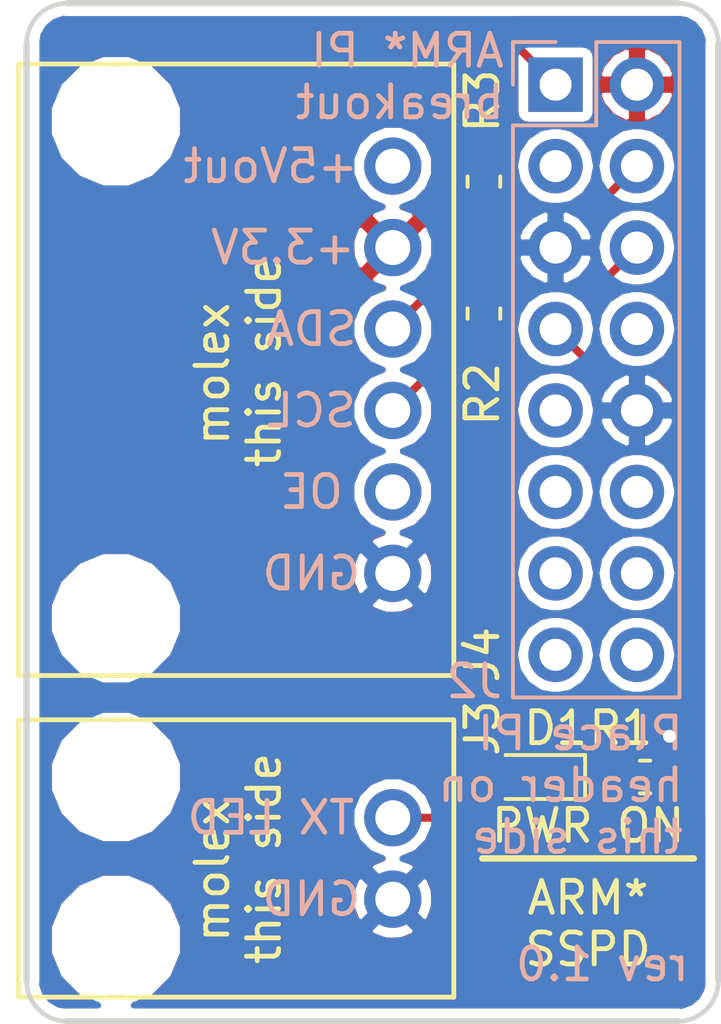
<source format=kicad_pcb>
(kicad_pcb (version 20171130) (host pcbnew "(5.0.0-3-g5ebb6b6)")

  (general
    (thickness 1.6)
    (drawings 24)
    (tracks 32)
    (zones 0)
    (modules 7)
    (nets 19)
  )

  (page A4)
  (layers
    (0 F.Cu signal)
    (31 B.Cu signal)
    (32 B.Adhes user)
    (33 F.Adhes user)
    (34 B.Paste user)
    (35 F.Paste user)
    (36 B.SilkS user)
    (37 F.SilkS user)
    (38 B.Mask user)
    (39 F.Mask user)
    (40 Dwgs.User user)
    (41 Cmts.User user)
    (42 Eco1.User user)
    (43 Eco2.User user)
    (44 Edge.Cuts user)
    (45 Margin user)
    (46 B.CrtYd user)
    (47 F.CrtYd user)
    (48 B.Fab user)
    (49 F.Fab user hide)
  )

  (setup
    (last_trace_width 0.25)
    (trace_clearance 0.2)
    (zone_clearance 0.3)
    (zone_45_only no)
    (trace_min 0.2)
    (segment_width 0.2)
    (edge_width 0.15)
    (via_size 0.8)
    (via_drill 0.4)
    (via_min_size 0.4)
    (via_min_drill 0.3)
    (uvia_size 0.3)
    (uvia_drill 0.1)
    (uvias_allowed no)
    (uvia_min_size 0.2)
    (uvia_min_drill 0.1)
    (pcb_text_width 0.3)
    (pcb_text_size 1.5 1.5)
    (mod_edge_width 0.15)
    (mod_text_size 1 1)
    (mod_text_width 0.15)
    (pad_size 1.524 1.524)
    (pad_drill 0.762)
    (pad_to_mask_clearance 0.2)
    (aux_axis_origin 0 0)
    (visible_elements FFFFFF7F)
    (pcbplotparams
      (layerselection 0x010fc_ffffffff)
      (usegerberextensions false)
      (usegerberattributes false)
      (usegerberadvancedattributes false)
      (creategerberjobfile false)
      (excludeedgelayer true)
      (linewidth 0.100000)
      (plotframeref false)
      (viasonmask false)
      (mode 1)
      (useauxorigin false)
      (hpglpennumber 1)
      (hpglpenspeed 20)
      (hpglpendiameter 15.000000)
      (psnegative false)
      (psa4output false)
      (plotreference true)
      (plotvalue true)
      (plotinvisibletext false)
      (padsonsilk false)
      (subtractmaskfromsilk false)
      (outputformat 1)
      (mirror false)
      (drillshape 1)
      (scaleselection 1)
      (outputdirectory ""))
  )

  (net 0 "")
  (net 1 "Net-(D1-Pad1)")
  (net 2 +5V)
  (net 3 +3V3)
  (net 4 /GPIO_17)
  (net 5 /GPIO27)
  (net 6 GND)
  (net 7 /SDA)
  (net 8 /SCL)
  (net 9 /TX_LED)
  (net 10 "Net-(J2-Pad15)")
  (net 11 "Net-(J2-Pad16)")
  (net 12 /OE)
  (net 13 /V_servo)
  (net 14 "Net-(J2-Pad13)")
  (net 15 "Net-(J2-Pad11)")
  (net 16 "Net-(J2-Pad9)")
  (net 17 "Net-(J2-Pad8)")
  (net 18 "Net-(J2-Pad3)")

  (net_class Default "This is the default net class."
    (clearance 0.2)
    (trace_width 0.25)
    (via_dia 0.8)
    (via_drill 0.4)
    (uvia_dia 0.3)
    (uvia_drill 0.1)
    (add_net +3V3)
    (add_net +5V)
    (add_net /GPIO27)
    (add_net /GPIO_17)
    (add_net /OE)
    (add_net /SCL)
    (add_net /SDA)
    (add_net /TX_LED)
    (add_net /V_servo)
    (add_net GND)
    (add_net "Net-(D1-Pad1)")
    (add_net "Net-(J2-Pad11)")
    (add_net "Net-(J2-Pad13)")
    (add_net "Net-(J2-Pad15)")
    (add_net "Net-(J2-Pad16)")
    (add_net "Net-(J2-Pad3)")
    (add_net "Net-(J2-Pad8)")
    (add_net "Net-(J2-Pad9)")
  )

  (module LED_SMD:LED_0603_1608Metric_Castellated (layer F.Cu) (tedit 5B301BBE) (tstamp 5CC295CC)
    (at 149.098 109.22 180)
    (descr "LED SMD 0603 (1608 Metric), castellated end terminal, IPC_7351 nominal, (Body size source: http://www.tortai-tech.com/upload/download/2011102023233369053.pdf), generated with kicad-footprint-generator")
    (tags "LED castellated")
    (path /5CC24E98)
    (attr smd)
    (fp_text reference D1 (at -0.762 1.524) (layer F.SilkS)
      (effects (font (size 1 1) (thickness 0.15)))
    )
    (fp_text value "5V ok" (at 0 1.38 180) (layer F.Fab)
      (effects (font (size 1 1) (thickness 0.15)))
    )
    (fp_text user %R (at 0 0 180) (layer F.Fab)
      (effects (font (size 0.4 0.4) (thickness 0.06)))
    )
    (fp_line (start 1.68 0.68) (end -1.68 0.68) (layer F.CrtYd) (width 0.05))
    (fp_line (start 1.68 -0.68) (end 1.68 0.68) (layer F.CrtYd) (width 0.05))
    (fp_line (start -1.68 -0.68) (end 1.68 -0.68) (layer F.CrtYd) (width 0.05))
    (fp_line (start -1.68 0.68) (end -1.68 -0.68) (layer F.CrtYd) (width 0.05))
    (fp_line (start -1.685 0.685) (end 0.8 0.685) (layer F.SilkS) (width 0.12))
    (fp_line (start -1.685 -0.685) (end -1.685 0.685) (layer F.SilkS) (width 0.12))
    (fp_line (start 0.8 -0.685) (end -1.685 -0.685) (layer F.SilkS) (width 0.12))
    (fp_line (start 0.8 0.4) (end 0.8 -0.4) (layer F.Fab) (width 0.1))
    (fp_line (start -0.8 0.4) (end 0.8 0.4) (layer F.Fab) (width 0.1))
    (fp_line (start -0.8 -0.1) (end -0.8 0.4) (layer F.Fab) (width 0.1))
    (fp_line (start -0.5 -0.4) (end -0.8 -0.1) (layer F.Fab) (width 0.1))
    (fp_line (start 0.8 -0.4) (end -0.5 -0.4) (layer F.Fab) (width 0.1))
    (pad 2 smd roundrect (at 0.8125 0 180) (size 1.225 0.85) (layers F.Cu F.Paste F.Mask) (roundrect_rratio 0.25)
      (net 2 +5V))
    (pad 1 smd roundrect (at -0.8125 0 180) (size 1.225 0.85) (layers F.Cu F.Paste F.Mask) (roundrect_rratio 0.25)
      (net 1 "Net-(D1-Pad1)"))
    (model ${KISYS3DMOD}/LED_SMD.3dshapes/LED_0603_1608Metric_Castellated.wrl
      (at (xyz 0 0 0))
      (scale (xyz 1 1 1))
      (rotate (xyz 0 0 0))
    )
  )

  (module Connector_PinSocket_2.54mm:PinSocket_2x08_P2.54mm_Vertical (layer B.Cu) (tedit 5A19A42B) (tstamp 5CD46545)
    (at 149.86 87.63 180)
    (descr "Through hole straight socket strip, 2x08, 2.54mm pitch, double cols (from Kicad 4.0.7), script generated")
    (tags "Through hole socket strip THT 2x08 2.54mm double row")
    (path /5CAF71EB)
    (fp_text reference J2 (at 2.54 -18.6055 180) (layer B.SilkS)
      (effects (font (size 1 1) (thickness 0.15)) (justify mirror))
    )
    (fp_text value SH2-16G (at -1.27 -20.55 180) (layer B.Fab)
      (effects (font (size 1 1) (thickness 0.15)) (justify mirror))
    )
    (fp_text user %R (at -1.27 -8.89 90) (layer B.Fab)
      (effects (font (size 1 1) (thickness 0.15)) (justify mirror))
    )
    (fp_line (start -4.34 -19.55) (end -4.34 1.8) (layer B.CrtYd) (width 0.05))
    (fp_line (start 1.76 -19.55) (end -4.34 -19.55) (layer B.CrtYd) (width 0.05))
    (fp_line (start 1.76 1.8) (end 1.76 -19.55) (layer B.CrtYd) (width 0.05))
    (fp_line (start -4.34 1.8) (end 1.76 1.8) (layer B.CrtYd) (width 0.05))
    (fp_line (start 0 1.33) (end 1.33 1.33) (layer B.SilkS) (width 0.12))
    (fp_line (start 1.33 1.33) (end 1.33 0) (layer B.SilkS) (width 0.12))
    (fp_line (start -1.27 1.33) (end -1.27 -1.27) (layer B.SilkS) (width 0.12))
    (fp_line (start -1.27 -1.27) (end 1.33 -1.27) (layer B.SilkS) (width 0.12))
    (fp_line (start 1.33 -1.27) (end 1.33 -19.11) (layer B.SilkS) (width 0.12))
    (fp_line (start -3.87 -19.11) (end 1.33 -19.11) (layer B.SilkS) (width 0.12))
    (fp_line (start -3.87 1.33) (end -3.87 -19.11) (layer B.SilkS) (width 0.12))
    (fp_line (start -3.87 1.33) (end -1.27 1.33) (layer B.SilkS) (width 0.12))
    (fp_line (start -3.81 -19.05) (end -3.81 1.27) (layer B.Fab) (width 0.1))
    (fp_line (start 1.27 -19.05) (end -3.81 -19.05) (layer B.Fab) (width 0.1))
    (fp_line (start 1.27 0.27) (end 1.27 -19.05) (layer B.Fab) (width 0.1))
    (fp_line (start 0.27 1.27) (end 1.27 0.27) (layer B.Fab) (width 0.1))
    (fp_line (start -3.81 1.27) (end 0.27 1.27) (layer B.Fab) (width 0.1))
    (pad 16 thru_hole oval (at -2.54 -17.78 180) (size 1.7 1.7) (drill 1) (layers *.Cu *.Mask)
      (net 11 "Net-(J2-Pad16)"))
    (pad 15 thru_hole oval (at 0 -17.78 180) (size 1.7 1.7) (drill 1) (layers *.Cu *.Mask)
      (net 10 "Net-(J2-Pad15)"))
    (pad 14 thru_hole oval (at -2.54 -15.24 180) (size 1.7 1.7) (drill 1) (layers *.Cu *.Mask)
      (net 5 /GPIO27))
    (pad 13 thru_hole oval (at 0 -15.24 180) (size 1.7 1.7) (drill 1) (layers *.Cu *.Mask)
      (net 14 "Net-(J2-Pad13)"))
    (pad 12 thru_hole oval (at -2.54 -12.7 180) (size 1.7 1.7) (drill 1) (layers *.Cu *.Mask)
      (net 4 /GPIO_17))
    (pad 11 thru_hole oval (at 0 -12.7 180) (size 1.7 1.7) (drill 1) (layers *.Cu *.Mask)
      (net 15 "Net-(J2-Pad11)"))
    (pad 10 thru_hole oval (at -2.54 -10.16 180) (size 1.7 1.7) (drill 1) (layers *.Cu *.Mask)
      (net 6 GND))
    (pad 9 thru_hole oval (at 0 -10.16 180) (size 1.7 1.7) (drill 1) (layers *.Cu *.Mask)
      (net 16 "Net-(J2-Pad9)"))
    (pad 8 thru_hole oval (at -2.54 -7.62 180) (size 1.7 1.7) (drill 1) (layers *.Cu *.Mask)
      (net 17 "Net-(J2-Pad8)"))
    (pad 7 thru_hole oval (at 0 -7.62 180) (size 1.7 1.7) (drill 1) (layers *.Cu *.Mask)
      (net 9 /TX_LED))
    (pad 6 thru_hole oval (at -2.54 -5.08 180) (size 1.7 1.7) (drill 1) (layers *.Cu *.Mask)
      (net 8 /SCL))
    (pad 5 thru_hole oval (at 0 -5.08 180) (size 1.7 1.7) (drill 1) (layers *.Cu *.Mask)
      (net 6 GND))
    (pad 4 thru_hole oval (at -2.54 -2.54 180) (size 1.7 1.7) (drill 1) (layers *.Cu *.Mask)
      (net 7 /SDA))
    (pad 3 thru_hole oval (at 0 -2.54 180) (size 1.7 1.7) (drill 1) (layers *.Cu *.Mask)
      (net 18 "Net-(J2-Pad3)"))
    (pad 2 thru_hole oval (at -2.54 0 180) (size 1.7 1.7) (drill 1) (layers *.Cu *.Mask)
      (net 3 +3V3))
    (pad 1 thru_hole rect (at 0 0 180) (size 1.7 1.7) (drill 1) (layers *.Cu *.Mask)
      (net 2 +5V))
    (model ${KISYS3DMOD}/Connector_PinSocket_2.54mm.3dshapes/PinSocket_2x08_P2.54mm_Vertical.wrl
      (at (xyz 0 0 0))
      (scale (xyz 1 1 1))
      (rotate (xyz 0 0 0))
    )
  )

  (module molex_SL:molex_sl_1X6_right_th (layer F.Cu) (tedit 5CD460E6) (tstamp 5CC29640)
    (at 144.78 96.52 270)
    (path /5CAF730A)
    (fp_text reference J4 (at 8.89 -2.794 90) (layer F.SilkS)
      (effects (font (size 1 1) (thickness 0.15)))
    )
    (fp_text value "Molex SL 1X6 right TH" (at -2.54 -6.35 270) (layer F.Fab)
      (effects (font (size 1 1) (thickness 0.15)))
    )
    (fp_line (start -9.535 -1.905) (end -9.535 11.685) (layer F.SilkS) (width 0.15))
    (fp_line (start -10.035 12.185) (end 10.035 12.185) (layer F.CrtYd) (width 0.15))
    (fp_line (start -10.035 -2.405) (end 10.035 -2.405) (layer F.CrtYd) (width 0.15))
    (fp_line (start 10.035 -2.405) (end 10.035 12.185) (layer F.CrtYd) (width 0.15))
    (fp_line (start 9.535 -1.905) (end 9.535 11.685) (layer F.SilkS) (width 0.15))
    (fp_line (start -10.035 -2.405) (end -10.035 12.185) (layer F.CrtYd) (width 0.15))
    (fp_line (start -9.535 11.685) (end 9.535 11.685) (layer F.SilkS) (width 0.15))
    (fp_line (start -9.535 -1.905) (end 9.535 -1.905) (layer F.SilkS) (width 0.15))
    (pad "" np_thru_hole circle (at 7.75 8.64 270) (size 3.4 3.4) (drill 3.4) (layers *.Cu *.Mask))
    (pad "" np_thru_hole circle (at -7.75 8.64 270) (size 3.4 3.4) (drill 3.4) (layers *.Cu *.Mask))
    (pad 6 thru_hole circle (at 6.35 0 270) (size 1.79 1.79) (drill 1.09) (layers *.Cu *.Mask)
      (net 6 GND))
    (pad 5 thru_hole circle (at 3.81 0 270) (size 1.79 1.79) (drill 1.09) (layers *.Cu *.Mask)
      (net 12 /OE))
    (pad 4 thru_hole circle (at 1.27 0 270) (size 1.79 1.79) (drill 1.09) (layers *.Cu *.Mask)
      (net 8 /SCL))
    (pad 3 thru_hole circle (at -1.27 0 270) (size 1.79 1.79) (drill 1.09) (layers *.Cu *.Mask)
      (net 7 /SDA))
    (pad 2 thru_hole circle (at -3.81 0 270) (size 1.79 1.79) (drill 1.09) (layers *.Cu *.Mask)
      (net 3 +3V3))
    (pad 1 thru_hole circle (at -6.35 0 270) (size 1.79 1.79) (drill 1.09) (layers *.Cu *.Mask)
      (net 13 /V_servo))
  )

  (module Resistor_SMD:R_0603_1608Metric (layer F.Cu) (tedit 5B301BBD) (tstamp 5CC2966D)
    (at 152.654 109.22 180)
    (descr "Resistor SMD 0603 (1608 Metric), square (rectangular) end terminal, IPC_7351 nominal, (Body size source: http://www.tortai-tech.com/upload/download/2011102023233369053.pdf), generated with kicad-footprint-generator")
    (tags resistor)
    (path /5CC24F57)
    (attr smd)
    (fp_text reference R1 (at 0.762 1.524) (layer F.SilkS)
      (effects (font (size 1 1) (thickness 0.15)))
    )
    (fp_text value 4.7k (at 0 1.43 180) (layer F.Fab)
      (effects (font (size 1 1) (thickness 0.15)))
    )
    (fp_text user %R (at 0 0 180) (layer F.Fab)
      (effects (font (size 0.4 0.4) (thickness 0.06)))
    )
    (fp_line (start 1.48 0.73) (end -1.48 0.73) (layer F.CrtYd) (width 0.05))
    (fp_line (start 1.48 -0.73) (end 1.48 0.73) (layer F.CrtYd) (width 0.05))
    (fp_line (start -1.48 -0.73) (end 1.48 -0.73) (layer F.CrtYd) (width 0.05))
    (fp_line (start -1.48 0.73) (end -1.48 -0.73) (layer F.CrtYd) (width 0.05))
    (fp_line (start -0.162779 0.51) (end 0.162779 0.51) (layer F.SilkS) (width 0.12))
    (fp_line (start -0.162779 -0.51) (end 0.162779 -0.51) (layer F.SilkS) (width 0.12))
    (fp_line (start 0.8 0.4) (end -0.8 0.4) (layer F.Fab) (width 0.1))
    (fp_line (start 0.8 -0.4) (end 0.8 0.4) (layer F.Fab) (width 0.1))
    (fp_line (start -0.8 -0.4) (end 0.8 -0.4) (layer F.Fab) (width 0.1))
    (fp_line (start -0.8 0.4) (end -0.8 -0.4) (layer F.Fab) (width 0.1))
    (pad 2 smd roundrect (at 0.7875 0 180) (size 0.875 0.95) (layers F.Cu F.Paste F.Mask) (roundrect_rratio 0.25)
      (net 1 "Net-(D1-Pad1)"))
    (pad 1 smd roundrect (at -0.7875 0 180) (size 0.875 0.95) (layers F.Cu F.Paste F.Mask) (roundrect_rratio 0.25)
      (net 6 GND))
    (model ${KISYS3DMOD}/Resistor_SMD.3dshapes/R_0603_1608Metric.wrl
      (at (xyz 0 0 0))
      (scale (xyz 1 1 1))
      (rotate (xyz 0 0 0))
    )
  )

  (module Resistor_SMD:R_0603_1608Metric (layer F.Cu) (tedit 5B301BBD) (tstamp 5CD517C0)
    (at 147.6248 94.7674 270)
    (descr "Resistor SMD 0603 (1608 Metric), square (rectangular) end terminal, IPC_7351 nominal, (Body size source: http://www.tortai-tech.com/upload/download/2011102023233369053.pdf), generated with kicad-footprint-generator")
    (tags resistor)
    (path /5CC1DD0C)
    (attr smd)
    (fp_text reference R2 (at 2.5146 0.0508 270) (layer F.SilkS)
      (effects (font (size 1 1) (thickness 0.15)))
    )
    (fp_text value 10k (at 0 1.43 270) (layer F.Fab)
      (effects (font (size 1 1) (thickness 0.15)))
    )
    (fp_text user %R (at 0 0 270) (layer F.Fab)
      (effects (font (size 0.4 0.4) (thickness 0.06)))
    )
    (fp_line (start 1.48 0.73) (end -1.48 0.73) (layer F.CrtYd) (width 0.05))
    (fp_line (start 1.48 -0.73) (end 1.48 0.73) (layer F.CrtYd) (width 0.05))
    (fp_line (start -1.48 -0.73) (end 1.48 -0.73) (layer F.CrtYd) (width 0.05))
    (fp_line (start -1.48 0.73) (end -1.48 -0.73) (layer F.CrtYd) (width 0.05))
    (fp_line (start -0.162779 0.51) (end 0.162779 0.51) (layer F.SilkS) (width 0.12))
    (fp_line (start -0.162779 -0.51) (end 0.162779 -0.51) (layer F.SilkS) (width 0.12))
    (fp_line (start 0.8 0.4) (end -0.8 0.4) (layer F.Fab) (width 0.1))
    (fp_line (start 0.8 -0.4) (end 0.8 0.4) (layer F.Fab) (width 0.1))
    (fp_line (start -0.8 -0.4) (end 0.8 -0.4) (layer F.Fab) (width 0.1))
    (fp_line (start -0.8 0.4) (end -0.8 -0.4) (layer F.Fab) (width 0.1))
    (pad 2 smd roundrect (at 0.7875 0 270) (size 0.875 0.95) (layers F.Cu F.Paste F.Mask) (roundrect_rratio 0.25)
      (net 3 +3V3))
    (pad 1 smd roundrect (at -0.7875 0 270) (size 0.875 0.95) (layers F.Cu F.Paste F.Mask) (roundrect_rratio 0.25)
      (net 8 /SCL))
    (model ${KISYS3DMOD}/Resistor_SMD.3dshapes/R_0603_1608Metric.wrl
      (at (xyz 0 0 0))
      (scale (xyz 1 1 1))
      (rotate (xyz 0 0 0))
    )
  )

  (module Resistor_SMD:R_0603_1608Metric (layer F.Cu) (tedit 5B301BBD) (tstamp 5CC2968F)
    (at 147.6248 90.6525 90)
    (descr "Resistor SMD 0603 (1608 Metric), square (rectangular) end terminal, IPC_7351 nominal, (Body size source: http://www.tortai-tech.com/upload/download/2011102023233369053.pdf), generated with kicad-footprint-generator")
    (tags resistor)
    (path /5CC1DC9D)
    (attr smd)
    (fp_text reference R3 (at 2.5146 -0.0508 90) (layer F.SilkS)
      (effects (font (size 1 1) (thickness 0.15)))
    )
    (fp_text value 10k (at 0 1.43 90) (layer F.Fab)
      (effects (font (size 1 1) (thickness 0.15)))
    )
    (fp_text user %R (at 0 0 90) (layer F.Fab)
      (effects (font (size 0.4 0.4) (thickness 0.06)))
    )
    (fp_line (start 1.48 0.73) (end -1.48 0.73) (layer F.CrtYd) (width 0.05))
    (fp_line (start 1.48 -0.73) (end 1.48 0.73) (layer F.CrtYd) (width 0.05))
    (fp_line (start -1.48 -0.73) (end 1.48 -0.73) (layer F.CrtYd) (width 0.05))
    (fp_line (start -1.48 0.73) (end -1.48 -0.73) (layer F.CrtYd) (width 0.05))
    (fp_line (start -0.162779 0.51) (end 0.162779 0.51) (layer F.SilkS) (width 0.12))
    (fp_line (start -0.162779 -0.51) (end 0.162779 -0.51) (layer F.SilkS) (width 0.12))
    (fp_line (start 0.8 0.4) (end -0.8 0.4) (layer F.Fab) (width 0.1))
    (fp_line (start 0.8 -0.4) (end 0.8 0.4) (layer F.Fab) (width 0.1))
    (fp_line (start -0.8 -0.4) (end 0.8 -0.4) (layer F.Fab) (width 0.1))
    (fp_line (start -0.8 0.4) (end -0.8 -0.4) (layer F.Fab) (width 0.1))
    (pad 2 smd roundrect (at 0.7875 0 90) (size 0.875 0.95) (layers F.Cu F.Paste F.Mask) (roundrect_rratio 0.25)
      (net 3 +3V3))
    (pad 1 smd roundrect (at -0.7875 0 90) (size 0.875 0.95) (layers F.Cu F.Paste F.Mask) (roundrect_rratio 0.25)
      (net 7 /SDA))
    (model ${KISYS3DMOD}/Resistor_SMD.3dshapes/R_0603_1608Metric.wrl
      (at (xyz 0 0 0))
      (scale (xyz 1 1 1))
      (rotate (xyz 0 0 0))
    )
  )

  (module molex_SL:molex_sl_1X2_right_th (layer F.Cu) (tedit 5CD4609F) (tstamp 5CD5144A)
    (at 144.78 111.76 270)
    (path /5CAFC734)
    (fp_text reference J3 (at -4.064 -2.794 270) (layer F.SilkS)
      (effects (font (size 1 1) (thickness 0.15)))
    )
    (fp_text value "Molex SL 1X2 right TH" (at 0 -3.175 270) (layer F.Fab)
      (effects (font (size 1 1) (thickness 0.15)))
    )
    (fp_line (start -4.325 -1.905) (end -4.325 11.685) (layer F.SilkS) (width 0.15))
    (fp_line (start -4.825 12.185) (end 4.825 12.185) (layer F.CrtYd) (width 0.15))
    (fp_line (start -4.825 -2.405) (end 4.825 -2.405) (layer F.CrtYd) (width 0.15))
    (fp_line (start 4.825 -2.405) (end 4.825 12.185) (layer F.CrtYd) (width 0.15))
    (fp_line (start 4.325 -1.905) (end 4.325 11.685) (layer F.SilkS) (width 0.15))
    (fp_line (start -4.825 -2.405) (end -4.825 12.185) (layer F.CrtYd) (width 0.15))
    (fp_line (start -4.325 11.685) (end 4.325 11.685) (layer F.SilkS) (width 0.15))
    (fp_line (start -4.325 -1.905) (end 4.325 -1.905) (layer F.SilkS) (width 0.15))
    (pad "" np_thru_hole circle (at 2.54 8.64 270) (size 3.4 3.4) (drill 3.4) (layers *.Cu *.Mask))
    (pad "" np_thru_hole circle (at -2.54 8.64 270) (size 3.4 3.4) (drill 3.4) (layers *.Cu *.Mask))
    (pad 2 thru_hole circle (at 1.27 0 270) (size 1.79 1.79) (drill 1.09) (layers *.Cu *.Mask)
      (net 6 GND))
    (pad 1 thru_hole circle (at -1.27 0 270) (size 1.79 1.79) (drill 1.09) (layers *.Cu *.Mask)
      (net 9 /TX_LED))
  )

  (gr_text "rev 1.0" (at 151.3205 115.062) (layer B.SilkS) (tstamp 5CD55D0B)
    (effects (font (size 1 1) (thickness 0.15)) (justify mirror))
  )
  (gr_text "molex \nthis side" (at 139.954 111.76 90) (layer F.SilkS) (tstamp 5CD5E3A2)
    (effects (font (size 1 1) (thickness 0.15)))
  )
  (gr_text "Place PI \nheader on\nthis side" (at 153.924 109.474) (layer B.SilkS)
    (effects (font (size 1 1) (thickness 0.15)) (justify left mirror))
  )
  (gr_text +5Vout (at 140.97 90.17) (layer B.SilkS) (tstamp 5CD5D214)
    (effects (font (size 1 1) (thickness 0.15)) (justify mirror))
  )
  (gr_text "+3.3V " (at 140.97 92.71) (layer B.SilkS) (tstamp 5CD5D17A)
    (effects (font (size 1 1) (thickness 0.15)) (justify mirror))
  )
  (gr_text SDA (at 142.24 95.25) (layer B.SilkS) (tstamp 5CD5D0E0)
    (effects (font (size 1 1) (thickness 0.15)) (justify mirror))
  )
  (gr_text SCL (at 142.24 97.79) (layer B.SilkS) (tstamp 5CD5D046)
    (effects (font (size 1 1) (thickness 0.15)) (justify mirror))
  )
  (gr_text OE (at 142.24 100.33) (layer B.SilkS) (tstamp 5CD5CFAC)
    (effects (font (size 1 1) (thickness 0.15)) (justify mirror))
  )
  (gr_text GND (at 142.24 102.87) (layer B.SilkS) (tstamp 5CD5CF12)
    (effects (font (size 1 1) (thickness 0.15)) (justify mirror))
  )
  (gr_text GND (at 142.24 113.03) (layer B.SilkS) (tstamp 5CD5CE78)
    (effects (font (size 1 1) (thickness 0.15)) (justify mirror))
  )
  (gr_text "TX LED" (at 140.97 110.49) (layer B.SilkS)
    (effects (font (size 1 1) (thickness 0.15)) (justify mirror))
  )
  (gr_text "ARM* PI \nbreakout" (at 148.336 87.376) (layer B.SilkS)
    (effects (font (size 1 1) (thickness 0.15)) (justify left mirror))
  )
  (gr_line (start 147.574 111.76) (end 154.178 111.76) (layer F.SilkS) (width 0.2))
  (gr_text "PWR ON" (at 150.876 110.744) (layer F.SilkS)
    (effects (font (size 1 1) (thickness 0.15)))
  )
  (gr_text "molex \nthis side" (at 139.954 96.266 90) (layer F.SilkS)
    (effects (font (size 1 1) (thickness 0.15)))
  )
  (gr_text "ARM*\nSSPD" (at 150.876 113.792) (layer F.SilkS)
    (effects (font (size 1 1) (thickness 0.15)))
  )
  (gr_arc (start 134.62 115.57) (end 134.62 116.84) (angle 90) (layer Edge.Cuts) (width 0.15))
  (gr_arc (start 134.62 86.36) (end 134.62 85.09) (angle -90) (layer Edge.Cuts) (width 0.15))
  (gr_arc (start 153.67 86.36) (end 154.94 86.36) (angle -90) (layer Edge.Cuts) (width 0.15))
  (gr_arc (start 153.67 115.57) (end 153.67 116.84) (angle -90) (layer Edge.Cuts) (width 0.15))
  (gr_line (start 134.62 116.84) (end 153.67 116.84) (layer Edge.Cuts) (width 0.2))
  (gr_line (start 133.35 86.36) (end 133.35 115.57) (layer Edge.Cuts) (width 0.2))
  (gr_line (start 153.67 85.09) (end 134.62 85.09) (layer Edge.Cuts) (width 0.2))
  (gr_line (start 154.94 115.57) (end 154.94 86.36) (layer Edge.Cuts) (width 0.2))

  (segment (start 149.9105 109.22) (end 151.8665 109.22) (width 0.25) (layer F.Cu) (net 1))
  (segment (start 134.8232 85.6488) (end 133.9596 86.5124) (width 0.25) (layer F.Cu) (net 2))
  (segment (start 147.8788 85.6488) (end 134.8232 85.6488) (width 0.25) (layer F.Cu) (net 2))
  (segment (start 149.86 87.63) (end 147.8788 85.6488) (width 0.25) (layer F.Cu) (net 2))
  (segment (start 133.9596 86.5124) (end 133.9596 107.1118) (width 0.25) (layer F.Cu) (net 2))
  (segment (start 133.9596 107.1118) (end 133.9596 107.5944) (width 0.25) (layer F.Cu) (net 2))
  (segment (start 153.4415 107.9755) (end 153.416 107.95) (width 0.25) (layer F.Cu) (net 6))
  (via (at 153.416 107.95) (size 0.8) (drill 0.4) (layers F.Cu B.Cu) (net 6))
  (segment (start 153.4415 109.22) (end 153.4415 107.9755) (width 0.25) (layer F.Cu) (net 6))
  (segment (start 151.550001 91.019999) (end 152.4 90.17) (width 0.25) (layer F.Cu) (net 7))
  (segment (start 151.13 91.44) (end 151.550001 91.019999) (width 0.25) (layer F.Cu) (net 7))
  (segment (start 147.6248 91.44) (end 151.13 91.44) (width 0.25) (layer F.Cu) (net 7))
  (segment (start 144.78 95.25) (end 144.78 94.996) (width 0.25) (layer F.Cu) (net 7))
  (segment (start 147.0498 91.44) (end 147.6248 91.44) (width 0.25) (layer F.Cu) (net 7))
  (segment (start 146.812 91.6778) (end 147.0498 91.44) (width 0.25) (layer F.Cu) (net 7))
  (segment (start 146.812 91.694) (end 146.812 91.6778) (width 0.25) (layer F.Cu) (net 7))
  (segment (start 144.78 95.25) (end 146.304 93.726) (width 0.25) (layer F.Cu) (net 7))
  (segment (start 146.304 93.726) (end 146.304 92.202) (width 0.25) (layer F.Cu) (net 7))
  (segment (start 146.304 92.202) (end 146.812 91.694) (width 0.25) (layer F.Cu) (net 7))
  (segment (start 147.163188 94.441512) (end 147.6248 93.9799) (width 0.25) (layer F.Cu) (net 8))
  (segment (start 146.304 95.3007) (end 147.163188 94.441512) (width 0.25) (layer F.Cu) (net 8))
  (segment (start 146.304 96.266) (end 146.304 95.3007) (width 0.25) (layer F.Cu) (net 8))
  (segment (start 144.78 97.79) (end 146.304 96.266) (width 0.25) (layer F.Cu) (net 8))
  (segment (start 151.550001 93.559999) (end 152.4 92.71) (width 0.25) (layer F.Cu) (net 8))
  (segment (start 151.1301 93.9799) (end 151.550001 93.559999) (width 0.25) (layer F.Cu) (net 8))
  (segment (start 147.6248 93.9799) (end 151.1301 93.9799) (width 0.25) (layer F.Cu) (net 8))
  (segment (start 153.67 110.49) (end 144.78 110.49) (width 0.25) (layer F.Cu) (net 9))
  (segment (start 154.305 109.855) (end 153.67 110.49) (width 0.25) (layer F.Cu) (net 9))
  (segment (start 152.894402 96.5454) (end 154.305 97.955998) (width 0.25) (layer F.Cu) (net 9))
  (segment (start 154.305 97.955998) (end 154.305 109.855) (width 0.25) (layer F.Cu) (net 9))
  (segment (start 151.1554 96.5454) (end 152.894402 96.5454) (width 0.25) (layer F.Cu) (net 9))
  (segment (start 149.86 95.25) (end 151.1554 96.5454) (width 0.25) (layer F.Cu) (net 9))

  (zone (net 6) (net_name GND) (layer B.Cu) (tstamp 0) (hatch edge 0.508)
    (connect_pads (clearance 0.3))
    (min_thickness 0.2)
    (fill yes (arc_segments 16) (thermal_gap 0.3) (thermal_bridge_width 0.508))
    (polygon
      (pts
        (xy 133.35 85.09) (xy 133.35 116.84) (xy 154.94 116.84) (xy 154.94 85.09)
      )
    )
    (filled_polygon
      (pts
        (xy 134.570757 85.59) (xy 153.719243 85.59) (xy 153.7432 85.585235) (xy 153.939399 85.61983) (xy 154.176305 85.756608)
        (xy 154.352144 85.966163) (xy 154.452963 86.243162) (xy 154.453111 86.24485) (xy 154.440001 86.310757) (xy 154.44 115.619242)
        (xy 154.444765 115.643199) (xy 154.41017 115.839399) (xy 154.273391 116.076307) (xy 154.063837 116.252144) (xy 153.786836 116.352964)
        (xy 153.785156 116.353111) (xy 153.719243 116.34) (xy 136.702569 116.34) (xy 137.329554 116.080294) (xy 137.920294 115.489554)
        (xy 138.24 114.717716) (xy 138.24 113.994929) (xy 144.03286 113.994929) (xy 144.133791 114.181431) (xy 144.623615 114.341076)
        (xy 145.137247 114.301123) (xy 145.426209 114.181431) (xy 145.52714 113.994929) (xy 144.78 113.247789) (xy 144.03286 113.994929)
        (xy 138.24 113.994929) (xy 138.24 113.882284) (xy 137.920294 113.110446) (xy 137.683463 112.873615) (xy 143.468924 112.873615)
        (xy 143.508877 113.387247) (xy 143.628569 113.676209) (xy 143.815071 113.77714) (xy 144.562211 113.03) (xy 144.997789 113.03)
        (xy 145.744929 113.77714) (xy 145.931431 113.676209) (xy 146.091076 113.186385) (xy 146.051123 112.672753) (xy 145.931431 112.383791)
        (xy 145.744929 112.28286) (xy 144.997789 113.03) (xy 144.562211 113.03) (xy 143.815071 112.28286) (xy 143.628569 112.383791)
        (xy 143.468924 112.873615) (xy 137.683463 112.873615) (xy 137.329554 112.519706) (xy 136.557716 112.2) (xy 135.722284 112.2)
        (xy 134.950446 112.519706) (xy 134.359706 113.110446) (xy 134.04 113.882284) (xy 134.04 114.717716) (xy 134.359706 115.489554)
        (xy 134.950446 116.080294) (xy 135.577431 116.34) (xy 134.570757 116.34) (xy 134.546801 116.344765) (xy 134.350601 116.31017)
        (xy 134.113693 116.173391) (xy 133.937856 115.963837) (xy 133.837036 115.686836) (xy 133.836889 115.685156) (xy 133.85 115.619243)
        (xy 133.85 108.802284) (xy 134.04 108.802284) (xy 134.04 109.637716) (xy 134.359706 110.409554) (xy 134.950446 111.000294)
        (xy 135.722284 111.32) (xy 136.557716 111.32) (xy 137.329554 111.000294) (xy 137.920294 110.409554) (xy 137.99367 110.232408)
        (xy 143.485 110.232408) (xy 143.485 110.747592) (xy 143.682152 111.223559) (xy 144.046441 111.587848) (xy 144.453557 111.756481)
        (xy 144.422753 111.758877) (xy 144.133791 111.878569) (xy 144.03286 112.065071) (xy 144.78 112.812211) (xy 145.52714 112.065071)
        (xy 145.426209 111.878569) (xy 145.0823 111.766481) (xy 145.513559 111.587848) (xy 145.877848 111.223559) (xy 146.075 110.747592)
        (xy 146.075 110.232408) (xy 145.877848 109.756441) (xy 145.513559 109.392152) (xy 145.037592 109.195) (xy 144.522408 109.195)
        (xy 144.046441 109.392152) (xy 143.682152 109.756441) (xy 143.485 110.232408) (xy 137.99367 110.232408) (xy 138.24 109.637716)
        (xy 138.24 108.802284) (xy 137.920294 108.030446) (xy 137.329554 107.439706) (xy 136.557716 107.12) (xy 135.722284 107.12)
        (xy 134.950446 107.439706) (xy 134.359706 108.030446) (xy 134.04 108.802284) (xy 133.85 108.802284) (xy 133.85 103.852284)
        (xy 134.04 103.852284) (xy 134.04 104.687716) (xy 134.359706 105.459554) (xy 134.950446 106.050294) (xy 135.722284 106.37)
        (xy 136.557716 106.37) (xy 137.329554 106.050294) (xy 137.920294 105.459554) (xy 137.940819 105.41) (xy 148.585512 105.41)
        (xy 148.682527 105.897725) (xy 148.958801 106.311199) (xy 149.372275 106.587473) (xy 149.736891 106.66) (xy 149.983109 106.66)
        (xy 150.347725 106.587473) (xy 150.761199 106.311199) (xy 151.037473 105.897725) (xy 151.13 105.432563) (xy 151.222527 105.897725)
        (xy 151.498801 106.311199) (xy 151.912275 106.587473) (xy 152.276891 106.66) (xy 152.523109 106.66) (xy 152.887725 106.587473)
        (xy 153.301199 106.311199) (xy 153.577473 105.897725) (xy 153.674488 105.41) (xy 153.577473 104.922275) (xy 153.301199 104.508801)
        (xy 152.887725 104.232527) (xy 152.523109 104.16) (xy 152.276891 104.16) (xy 151.912275 104.232527) (xy 151.498801 104.508801)
        (xy 151.222527 104.922275) (xy 151.13 105.387437) (xy 151.037473 104.922275) (xy 150.761199 104.508801) (xy 150.347725 104.232527)
        (xy 149.983109 104.16) (xy 149.736891 104.16) (xy 149.372275 104.232527) (xy 148.958801 104.508801) (xy 148.682527 104.922275)
        (xy 148.585512 105.41) (xy 137.940819 105.41) (xy 138.24 104.687716) (xy 138.24 103.852284) (xy 138.232812 103.834929)
        (xy 144.03286 103.834929) (xy 144.133791 104.021431) (xy 144.623615 104.181076) (xy 145.137247 104.141123) (xy 145.426209 104.021431)
        (xy 145.52714 103.834929) (xy 144.78 103.087789) (xy 144.03286 103.834929) (xy 138.232812 103.834929) (xy 137.920294 103.080446)
        (xy 137.553463 102.713615) (xy 143.468924 102.713615) (xy 143.508877 103.227247) (xy 143.628569 103.516209) (xy 143.815071 103.61714)
        (xy 144.562211 102.87) (xy 144.997789 102.87) (xy 145.744929 103.61714) (xy 145.931431 103.516209) (xy 146.091076 103.026385)
        (xy 146.078912 102.87) (xy 148.585512 102.87) (xy 148.682527 103.357725) (xy 148.958801 103.771199) (xy 149.372275 104.047473)
        (xy 149.736891 104.12) (xy 149.983109 104.12) (xy 150.347725 104.047473) (xy 150.761199 103.771199) (xy 151.037473 103.357725)
        (xy 151.13 102.892563) (xy 151.222527 103.357725) (xy 151.498801 103.771199) (xy 151.912275 104.047473) (xy 152.276891 104.12)
        (xy 152.523109 104.12) (xy 152.887725 104.047473) (xy 153.301199 103.771199) (xy 153.577473 103.357725) (xy 153.674488 102.87)
        (xy 153.577473 102.382275) (xy 153.301199 101.968801) (xy 152.887725 101.692527) (xy 152.523109 101.62) (xy 152.276891 101.62)
        (xy 151.912275 101.692527) (xy 151.498801 101.968801) (xy 151.222527 102.382275) (xy 151.13 102.847437) (xy 151.037473 102.382275)
        (xy 150.761199 101.968801) (xy 150.347725 101.692527) (xy 149.983109 101.62) (xy 149.736891 101.62) (xy 149.372275 101.692527)
        (xy 148.958801 101.968801) (xy 148.682527 102.382275) (xy 148.585512 102.87) (xy 146.078912 102.87) (xy 146.051123 102.512753)
        (xy 145.931431 102.223791) (xy 145.744929 102.12286) (xy 144.997789 102.87) (xy 144.562211 102.87) (xy 143.815071 102.12286)
        (xy 143.628569 102.223791) (xy 143.468924 102.713615) (xy 137.553463 102.713615) (xy 137.329554 102.489706) (xy 136.557716 102.17)
        (xy 135.722284 102.17) (xy 134.950446 102.489706) (xy 134.359706 103.080446) (xy 134.04 103.852284) (xy 133.85 103.852284)
        (xy 133.85 88.352284) (xy 134.04 88.352284) (xy 134.04 89.187716) (xy 134.359706 89.959554) (xy 134.950446 90.550294)
        (xy 135.722284 90.87) (xy 136.557716 90.87) (xy 137.329554 90.550294) (xy 137.920294 89.959554) (xy 137.939822 89.912408)
        (xy 143.485 89.912408) (xy 143.485 90.427592) (xy 143.682152 90.903559) (xy 144.046441 91.267848) (xy 144.462053 91.44)
        (xy 144.046441 91.612152) (xy 143.682152 91.976441) (xy 143.485 92.452408) (xy 143.485 92.967592) (xy 143.682152 93.443559)
        (xy 144.046441 93.807848) (xy 144.462053 93.98) (xy 144.046441 94.152152) (xy 143.682152 94.516441) (xy 143.485 94.992408)
        (xy 143.485 95.507592) (xy 143.682152 95.983559) (xy 144.046441 96.347848) (xy 144.462053 96.52) (xy 144.046441 96.692152)
        (xy 143.682152 97.056441) (xy 143.485 97.532408) (xy 143.485 98.047592) (xy 143.682152 98.523559) (xy 144.046441 98.887848)
        (xy 144.462053 99.06) (xy 144.046441 99.232152) (xy 143.682152 99.596441) (xy 143.485 100.072408) (xy 143.485 100.587592)
        (xy 143.682152 101.063559) (xy 144.046441 101.427848) (xy 144.453557 101.596481) (xy 144.422753 101.598877) (xy 144.133791 101.718569)
        (xy 144.03286 101.905071) (xy 144.78 102.652211) (xy 145.52714 101.905071) (xy 145.426209 101.718569) (xy 145.0823 101.606481)
        (xy 145.513559 101.427848) (xy 145.877848 101.063559) (xy 146.075 100.587592) (xy 146.075 100.33) (xy 148.585512 100.33)
        (xy 148.682527 100.817725) (xy 148.958801 101.231199) (xy 149.372275 101.507473) (xy 149.736891 101.58) (xy 149.983109 101.58)
        (xy 150.347725 101.507473) (xy 150.761199 101.231199) (xy 151.037473 100.817725) (xy 151.13 100.352563) (xy 151.222527 100.817725)
        (xy 151.498801 101.231199) (xy 151.912275 101.507473) (xy 152.276891 101.58) (xy 152.523109 101.58) (xy 152.887725 101.507473)
        (xy 153.301199 101.231199) (xy 153.577473 100.817725) (xy 153.674488 100.33) (xy 153.577473 99.842275) (xy 153.301199 99.428801)
        (xy 152.887725 99.152527) (xy 152.523109 99.08) (xy 152.276891 99.08) (xy 151.912275 99.152527) (xy 151.498801 99.428801)
        (xy 151.222527 99.842275) (xy 151.13 100.307437) (xy 151.037473 99.842275) (xy 150.761199 99.428801) (xy 150.347725 99.152527)
        (xy 149.983109 99.08) (xy 149.736891 99.08) (xy 149.372275 99.152527) (xy 148.958801 99.428801) (xy 148.682527 99.842275)
        (xy 148.585512 100.33) (xy 146.075 100.33) (xy 146.075 100.072408) (xy 145.877848 99.596441) (xy 145.513559 99.232152)
        (xy 145.097947 99.06) (xy 145.513559 98.887848) (xy 145.877848 98.523559) (xy 146.075 98.047592) (xy 146.075 97.79)
        (xy 148.585512 97.79) (xy 148.682527 98.277725) (xy 148.958801 98.691199) (xy 149.372275 98.967473) (xy 149.736891 99.04)
        (xy 149.983109 99.04) (xy 150.347725 98.967473) (xy 150.761199 98.691199) (xy 151.037473 98.277725) (xy 151.065632 98.136157)
        (xy 151.198886 98.136157) (xy 151.305902 98.394554) (xy 151.620538 98.767228) (xy 152.05384 98.991128) (xy 152.246 98.930491)
        (xy 152.246 97.944) (xy 152.554 97.944) (xy 152.554 98.930491) (xy 152.74616 98.991128) (xy 153.179462 98.767228)
        (xy 153.494098 98.394554) (xy 153.601114 98.136157) (xy 153.539642 97.944) (xy 152.554 97.944) (xy 152.246 97.944)
        (xy 151.260358 97.944) (xy 151.198886 98.136157) (xy 151.065632 98.136157) (xy 151.134488 97.79) (xy 151.065633 97.443843)
        (xy 151.198886 97.443843) (xy 151.260358 97.636) (xy 152.246 97.636) (xy 152.246 96.649509) (xy 152.554 96.649509)
        (xy 152.554 97.636) (xy 153.539642 97.636) (xy 153.601114 97.443843) (xy 153.494098 97.185446) (xy 153.179462 96.812772)
        (xy 152.74616 96.588872) (xy 152.554 96.649509) (xy 152.246 96.649509) (xy 152.05384 96.588872) (xy 151.620538 96.812772)
        (xy 151.305902 97.185446) (xy 151.198886 97.443843) (xy 151.065633 97.443843) (xy 151.037473 97.302275) (xy 150.761199 96.888801)
        (xy 150.347725 96.612527) (xy 149.983109 96.54) (xy 149.736891 96.54) (xy 149.372275 96.612527) (xy 148.958801 96.888801)
        (xy 148.682527 97.302275) (xy 148.585512 97.79) (xy 146.075 97.79) (xy 146.075 97.532408) (xy 145.877848 97.056441)
        (xy 145.513559 96.692152) (xy 145.097947 96.52) (xy 145.513559 96.347848) (xy 145.877848 95.983559) (xy 146.075 95.507592)
        (xy 146.075 95.25) (xy 148.585512 95.25) (xy 148.682527 95.737725) (xy 148.958801 96.151199) (xy 149.372275 96.427473)
        (xy 149.736891 96.5) (xy 149.983109 96.5) (xy 150.347725 96.427473) (xy 150.761199 96.151199) (xy 151.037473 95.737725)
        (xy 151.13 95.272563) (xy 151.222527 95.737725) (xy 151.498801 96.151199) (xy 151.912275 96.427473) (xy 152.276891 96.5)
        (xy 152.523109 96.5) (xy 152.887725 96.427473) (xy 153.301199 96.151199) (xy 153.577473 95.737725) (xy 153.674488 95.25)
        (xy 153.577473 94.762275) (xy 153.301199 94.348801) (xy 152.887725 94.072527) (xy 152.523109 94) (xy 152.276891 94)
        (xy 151.912275 94.072527) (xy 151.498801 94.348801) (xy 151.222527 94.762275) (xy 151.13 95.227437) (xy 151.037473 94.762275)
        (xy 150.761199 94.348801) (xy 150.347725 94.072527) (xy 149.983109 94) (xy 149.736891 94) (xy 149.372275 94.072527)
        (xy 148.958801 94.348801) (xy 148.682527 94.762275) (xy 148.585512 95.25) (xy 146.075 95.25) (xy 146.075 94.992408)
        (xy 145.877848 94.516441) (xy 145.513559 94.152152) (xy 145.097947 93.98) (xy 145.513559 93.807848) (xy 145.877848 93.443559)
        (xy 146.038315 93.056157) (xy 148.658886 93.056157) (xy 148.765902 93.314554) (xy 149.080538 93.687228) (xy 149.51384 93.911128)
        (xy 149.706 93.850491) (xy 149.706 92.864) (xy 150.014 92.864) (xy 150.014 93.850491) (xy 150.20616 93.911128)
        (xy 150.639462 93.687228) (xy 150.954098 93.314554) (xy 151.061114 93.056157) (xy 150.999642 92.864) (xy 150.014 92.864)
        (xy 149.706 92.864) (xy 148.720358 92.864) (xy 148.658886 93.056157) (xy 146.038315 93.056157) (xy 146.075 92.967592)
        (xy 146.075 92.71) (xy 151.125512 92.71) (xy 151.222527 93.197725) (xy 151.498801 93.611199) (xy 151.912275 93.887473)
        (xy 152.276891 93.96) (xy 152.523109 93.96) (xy 152.887725 93.887473) (xy 153.301199 93.611199) (xy 153.577473 93.197725)
        (xy 153.674488 92.71) (xy 153.577473 92.222275) (xy 153.301199 91.808801) (xy 152.887725 91.532527) (xy 152.523109 91.46)
        (xy 152.276891 91.46) (xy 151.912275 91.532527) (xy 151.498801 91.808801) (xy 151.222527 92.222275) (xy 151.125512 92.71)
        (xy 146.075 92.71) (xy 146.075 92.452408) (xy 146.038316 92.363843) (xy 148.658886 92.363843) (xy 148.720358 92.556)
        (xy 149.706 92.556) (xy 149.706 91.569509) (xy 150.014 91.569509) (xy 150.014 92.556) (xy 150.999642 92.556)
        (xy 151.061114 92.363843) (xy 150.954098 92.105446) (xy 150.639462 91.732772) (xy 150.20616 91.508872) (xy 150.014 91.569509)
        (xy 149.706 91.569509) (xy 149.51384 91.508872) (xy 149.080538 91.732772) (xy 148.765902 92.105446) (xy 148.658886 92.363843)
        (xy 146.038316 92.363843) (xy 145.877848 91.976441) (xy 145.513559 91.612152) (xy 145.097947 91.44) (xy 145.513559 91.267848)
        (xy 145.877848 90.903559) (xy 146.075 90.427592) (xy 146.075 90.17) (xy 148.585512 90.17) (xy 148.682527 90.657725)
        (xy 148.958801 91.071199) (xy 149.372275 91.347473) (xy 149.736891 91.42) (xy 149.983109 91.42) (xy 150.347725 91.347473)
        (xy 150.761199 91.071199) (xy 151.037473 90.657725) (xy 151.13 90.192563) (xy 151.222527 90.657725) (xy 151.498801 91.071199)
        (xy 151.912275 91.347473) (xy 152.276891 91.42) (xy 152.523109 91.42) (xy 152.887725 91.347473) (xy 153.301199 91.071199)
        (xy 153.577473 90.657725) (xy 153.674488 90.17) (xy 153.577473 89.682275) (xy 153.301199 89.268801) (xy 152.887725 88.992527)
        (xy 152.523109 88.92) (xy 152.276891 88.92) (xy 151.912275 88.992527) (xy 151.498801 89.268801) (xy 151.222527 89.682275)
        (xy 151.13 90.147437) (xy 151.037473 89.682275) (xy 150.761199 89.268801) (xy 150.347725 88.992527) (xy 149.983109 88.92)
        (xy 149.736891 88.92) (xy 149.372275 88.992527) (xy 148.958801 89.268801) (xy 148.682527 89.682275) (xy 148.585512 90.17)
        (xy 146.075 90.17) (xy 146.075 89.912408) (xy 145.877848 89.436441) (xy 145.513559 89.072152) (xy 145.037592 88.875)
        (xy 144.522408 88.875) (xy 144.046441 89.072152) (xy 143.682152 89.436441) (xy 143.485 89.912408) (xy 137.939822 89.912408)
        (xy 138.24 89.187716) (xy 138.24 88.352284) (xy 137.920294 87.580446) (xy 137.329554 86.989706) (xy 136.82328 86.78)
        (xy 148.602164 86.78) (xy 148.602164 88.48) (xy 148.633209 88.636072) (xy 148.721616 88.768384) (xy 148.853928 88.856791)
        (xy 149.01 88.887836) (xy 150.71 88.887836) (xy 150.866072 88.856791) (xy 150.998384 88.768384) (xy 151.086791 88.636072)
        (xy 151.117836 88.48) (xy 151.117836 87.63) (xy 151.125512 87.63) (xy 151.222527 88.117725) (xy 151.498801 88.531199)
        (xy 151.912275 88.807473) (xy 152.276891 88.88) (xy 152.523109 88.88) (xy 152.887725 88.807473) (xy 153.301199 88.531199)
        (xy 153.577473 88.117725) (xy 153.674488 87.63) (xy 153.577473 87.142275) (xy 153.301199 86.728801) (xy 152.887725 86.452527)
        (xy 152.523109 86.38) (xy 152.276891 86.38) (xy 151.912275 86.452527) (xy 151.498801 86.728801) (xy 151.222527 87.142275)
        (xy 151.125512 87.63) (xy 151.117836 87.63) (xy 151.117836 86.78) (xy 151.086791 86.623928) (xy 150.998384 86.491616)
        (xy 150.866072 86.403209) (xy 150.71 86.372164) (xy 149.01 86.372164) (xy 148.853928 86.403209) (xy 148.721616 86.491616)
        (xy 148.633209 86.623928) (xy 148.602164 86.78) (xy 136.82328 86.78) (xy 136.557716 86.67) (xy 135.722284 86.67)
        (xy 134.950446 86.989706) (xy 134.359706 87.580446) (xy 134.04 88.352284) (xy 133.85 88.352284) (xy 133.85 86.310757)
        (xy 133.845235 86.2868) (xy 133.87983 86.090601) (xy 134.016608 85.853695) (xy 134.226163 85.677856) (xy 134.503162 85.577037)
        (xy 134.504846 85.576889)
      )
    )
  )
  (zone (net 3) (net_name +3V3) (layer F.Cu) (tstamp 0) (hatch edge 0.508)
    (connect_pads (clearance 0.3))
    (min_thickness 0.2)
    (fill yes (arc_segments 16) (thermal_gap 0.3) (thermal_bridge_width 0.508))
    (polygon
      (pts
        (xy 154.94 106.045) (xy 133.35 106.045) (xy 133.35 85.09) (xy 154.94 85.09)
      )
    )
    (filled_polygon
      (pts
        (xy 153.939399 85.61983) (xy 154.176305 85.756608) (xy 154.352144 85.966163) (xy 154.452963 86.243162) (xy 154.453111 86.24485)
        (xy 154.440001 86.310757) (xy 154.440001 97.348537) (xy 153.302199 96.210736) (xy 153.274388 96.169114) (xy 153.301199 96.151199)
        (xy 153.577473 95.737725) (xy 153.674488 95.25) (xy 153.577473 94.762275) (xy 153.301199 94.348801) (xy 152.887725 94.072527)
        (xy 152.523109 94) (xy 152.276891 94) (xy 151.912275 94.072527) (xy 151.528102 94.329222) (xy 151.537896 94.314565)
        (xy 151.956243 93.896219) (xy 152.276891 93.96) (xy 152.523109 93.96) (xy 152.887725 93.887473) (xy 153.301199 93.611199)
        (xy 153.577473 93.197725) (xy 153.674488 92.71) (xy 153.577473 92.222275) (xy 153.301199 91.808801) (xy 152.887725 91.532527)
        (xy 152.523109 91.46) (xy 152.276891 91.46) (xy 151.912275 91.532527) (xy 151.528043 91.789262) (xy 151.537796 91.774665)
        (xy 151.956243 91.356219) (xy 152.276891 91.42) (xy 152.523109 91.42) (xy 152.887725 91.347473) (xy 153.301199 91.071199)
        (xy 153.577473 90.657725) (xy 153.674488 90.17) (xy 153.577473 89.682275) (xy 153.301199 89.268801) (xy 152.887725 88.992527)
        (xy 152.523109 88.92) (xy 152.276891 88.92) (xy 151.912275 88.992527) (xy 151.498801 89.268801) (xy 151.222527 89.682275)
        (xy 151.13 90.147437) (xy 151.037473 89.682275) (xy 150.761199 89.268801) (xy 150.347725 88.992527) (xy 149.983109 88.92)
        (xy 149.736891 88.92) (xy 149.372275 88.992527) (xy 148.958801 89.268801) (xy 148.682527 89.682275) (xy 148.585512 90.17)
        (xy 148.682527 90.657725) (xy 148.854432 90.915) (xy 148.415529 90.915) (xy 148.324113 90.778187) (xy 148.198795 90.694452)
        (xy 148.326382 90.641604) (xy 148.438904 90.529082) (xy 148.4998 90.382065) (xy 148.4998 90.119) (xy 148.3998 90.019)
        (xy 147.7788 90.019) (xy 147.7788 90.039) (xy 147.4708 90.039) (xy 147.4708 90.019) (xy 146.8498 90.019)
        (xy 146.7498 90.119) (xy 146.7498 90.382065) (xy 146.810696 90.529082) (xy 146.923218 90.641604) (xy 147.050805 90.694452)
        (xy 146.925487 90.778187) (xy 146.78966 90.981466) (xy 146.789444 90.982552) (xy 146.671296 91.061496) (xy 146.642003 91.105336)
        (xy 146.477335 91.270004) (xy 146.433496 91.299296) (xy 146.371584 91.391954) (xy 145.969333 91.794206) (xy 145.925497 91.823496)
        (xy 145.875151 91.898845) (xy 145.809461 91.997156) (xy 145.809348 91.997722) (xy 145.744929 91.96286) (xy 144.997789 92.71)
        (xy 145.011931 92.724142) (xy 144.794142 92.941931) (xy 144.78 92.927789) (xy 144.03286 93.674929) (xy 144.133791 93.861431)
        (xy 144.4777 93.973519) (xy 144.046441 94.152152) (xy 143.682152 94.516441) (xy 143.485 94.992408) (xy 143.485 95.507592)
        (xy 143.682152 95.983559) (xy 144.046441 96.347848) (xy 144.462053 96.52) (xy 144.046441 96.692152) (xy 143.682152 97.056441)
        (xy 143.485 97.532408) (xy 143.485 98.047592) (xy 143.682152 98.523559) (xy 144.046441 98.887848) (xy 144.462053 99.06)
        (xy 144.046441 99.232152) (xy 143.682152 99.596441) (xy 143.485 100.072408) (xy 143.485 100.587592) (xy 143.682152 101.063559)
        (xy 144.046441 101.427848) (xy 144.462053 101.6) (xy 144.046441 101.772152) (xy 143.682152 102.136441) (xy 143.485 102.612408)
        (xy 143.485 103.127592) (xy 143.682152 103.603559) (xy 144.046441 103.967848) (xy 144.522408 104.165) (xy 145.037592 104.165)
        (xy 145.513559 103.967848) (xy 145.877848 103.603559) (xy 146.075 103.127592) (xy 146.075 102.87) (xy 148.585512 102.87)
        (xy 148.682527 103.357725) (xy 148.958801 103.771199) (xy 149.372275 104.047473) (xy 149.736891 104.12) (xy 149.983109 104.12)
        (xy 150.347725 104.047473) (xy 150.761199 103.771199) (xy 151.037473 103.357725) (xy 151.13 102.892563) (xy 151.222527 103.357725)
        (xy 151.498801 103.771199) (xy 151.912275 104.047473) (xy 152.276891 104.12) (xy 152.523109 104.12) (xy 152.887725 104.047473)
        (xy 153.301199 103.771199) (xy 153.577473 103.357725) (xy 153.674488 102.87) (xy 153.577473 102.382275) (xy 153.301199 101.968801)
        (xy 152.887725 101.692527) (xy 152.523109 101.62) (xy 152.276891 101.62) (xy 151.912275 101.692527) (xy 151.498801 101.968801)
        (xy 151.222527 102.382275) (xy 151.13 102.847437) (xy 151.037473 102.382275) (xy 150.761199 101.968801) (xy 150.347725 101.692527)
        (xy 149.983109 101.62) (xy 149.736891 101.62) (xy 149.372275 101.692527) (xy 148.958801 101.968801) (xy 148.682527 102.382275)
        (xy 148.585512 102.87) (xy 146.075 102.87) (xy 146.075 102.612408) (xy 145.877848 102.136441) (xy 145.513559 101.772152)
        (xy 145.097947 101.6) (xy 145.513559 101.427848) (xy 145.877848 101.063559) (xy 146.075 100.587592) (xy 146.075 100.33)
        (xy 148.585512 100.33) (xy 148.682527 100.817725) (xy 148.958801 101.231199) (xy 149.372275 101.507473) (xy 149.736891 101.58)
        (xy 149.983109 101.58) (xy 150.347725 101.507473) (xy 150.761199 101.231199) (xy 151.037473 100.817725) (xy 151.13 100.352563)
        (xy 151.222527 100.817725) (xy 151.498801 101.231199) (xy 151.912275 101.507473) (xy 152.276891 101.58) (xy 152.523109 101.58)
        (xy 152.887725 101.507473) (xy 153.301199 101.231199) (xy 153.577473 100.817725) (xy 153.674488 100.33) (xy 153.577473 99.842275)
        (xy 153.301199 99.428801) (xy 152.887725 99.152527) (xy 152.523109 99.08) (xy 152.276891 99.08) (xy 151.912275 99.152527)
        (xy 151.498801 99.428801) (xy 151.222527 99.842275) (xy 151.13 100.307437) (xy 151.037473 99.842275) (xy 150.761199 99.428801)
        (xy 150.347725 99.152527) (xy 149.983109 99.08) (xy 149.736891 99.08) (xy 149.372275 99.152527) (xy 148.958801 99.428801)
        (xy 148.682527 99.842275) (xy 148.585512 100.33) (xy 146.075 100.33) (xy 146.075 100.072408) (xy 145.877848 99.596441)
        (xy 145.513559 99.232152) (xy 145.097947 99.06) (xy 145.513559 98.887848) (xy 145.877848 98.523559) (xy 146.075 98.047592)
        (xy 146.075 97.532408) (xy 145.988612 97.323849) (xy 146.638668 96.673794) (xy 146.682504 96.644504) (xy 146.798539 96.470845)
        (xy 146.829 96.317706) (xy 146.829 96.317705) (xy 146.839285 96.266001) (xy 146.834709 96.242995) (xy 146.923218 96.331504)
        (xy 147.070235 96.3924) (xy 147.3708 96.3924) (xy 147.4708 96.2924) (xy 147.4708 95.7089) (xy 147.7788 95.7089)
        (xy 147.7788 96.2924) (xy 147.8788 96.3924) (xy 148.179365 96.3924) (xy 148.326382 96.331504) (xy 148.438904 96.218982)
        (xy 148.4998 96.071965) (xy 148.4998 95.8089) (xy 148.3998 95.7089) (xy 147.7788 95.7089) (xy 147.4708 95.7089)
        (xy 147.4508 95.7089) (xy 147.4508 95.4009) (xy 147.4708 95.4009) (xy 147.4708 95.3809) (xy 147.7788 95.3809)
        (xy 147.7788 95.4009) (xy 148.3998 95.4009) (xy 148.4998 95.3009) (xy 148.4998 95.037835) (xy 148.438904 94.890818)
        (xy 148.326382 94.778296) (xy 148.198795 94.725448) (xy 148.324113 94.641713) (xy 148.415529 94.5049) (xy 148.854499 94.5049)
        (xy 148.682527 94.762275) (xy 148.585512 95.25) (xy 148.682527 95.737725) (xy 148.958801 96.151199) (xy 149.372275 96.427473)
        (xy 149.736891 96.5) (xy 149.983109 96.5) (xy 150.303757 96.436219) (xy 150.746553 96.879015) (xy 150.347725 96.612527)
        (xy 149.983109 96.54) (xy 149.736891 96.54) (xy 149.372275 96.612527) (xy 148.958801 96.888801) (xy 148.682527 97.302275)
        (xy 148.585512 97.79) (xy 148.682527 98.277725) (xy 148.958801 98.691199) (xy 149.372275 98.967473) (xy 149.736891 99.04)
        (xy 149.983109 99.04) (xy 150.347725 98.967473) (xy 150.761199 98.691199) (xy 151.037473 98.277725) (xy 151.13 97.812563)
        (xy 151.222527 98.277725) (xy 151.498801 98.691199) (xy 151.912275 98.967473) (xy 152.276891 99.04) (xy 152.523109 99.04)
        (xy 152.887725 98.967473) (xy 153.301199 98.691199) (xy 153.577473 98.277725) (xy 153.628373 98.021833) (xy 153.78 98.17346)
        (xy 153.780001 105.945) (xy 153.545885 105.945) (xy 153.577473 105.897725) (xy 153.674488 105.41) (xy 153.577473 104.922275)
        (xy 153.301199 104.508801) (xy 152.887725 104.232527) (xy 152.523109 104.16) (xy 152.276891 104.16) (xy 151.912275 104.232527)
        (xy 151.498801 104.508801) (xy 151.222527 104.922275) (xy 151.13 105.387437) (xy 151.037473 104.922275) (xy 150.761199 104.508801)
        (xy 150.347725 104.232527) (xy 149.983109 104.16) (xy 149.736891 104.16) (xy 149.372275 104.232527) (xy 148.958801 104.508801)
        (xy 148.682527 104.922275) (xy 148.585512 105.41) (xy 148.682527 105.897725) (xy 148.714115 105.945) (xy 137.434848 105.945)
        (xy 137.920294 105.459554) (xy 138.24 104.687716) (xy 138.24 103.852284) (xy 137.920294 103.080446) (xy 137.329554 102.489706)
        (xy 136.557716 102.17) (xy 135.722284 102.17) (xy 134.950446 102.489706) (xy 134.4846 102.955552) (xy 134.4846 92.553615)
        (xy 143.468924 92.553615) (xy 143.508877 93.067247) (xy 143.628569 93.356209) (xy 143.815071 93.45714) (xy 144.562211 92.71)
        (xy 143.815071 91.96286) (xy 143.628569 92.063791) (xy 143.468924 92.553615) (xy 134.4846 92.553615) (xy 134.4846 90.084448)
        (xy 134.950446 90.550294) (xy 135.722284 90.87) (xy 136.557716 90.87) (xy 137.329554 90.550294) (xy 137.920294 89.959554)
        (xy 137.939822 89.912408) (xy 143.485 89.912408) (xy 143.485 90.427592) (xy 143.682152 90.903559) (xy 144.046441 91.267848)
        (xy 144.453557 91.436481) (xy 144.422753 91.438877) (xy 144.133791 91.558569) (xy 144.03286 91.745071) (xy 144.78 92.492211)
        (xy 145.52714 91.745071) (xy 145.426209 91.558569) (xy 145.0823 91.446481) (xy 145.513559 91.267848) (xy 145.877848 90.903559)
        (xy 146.075 90.427592) (xy 146.075 89.912408) (xy 145.877848 89.436441) (xy 145.789342 89.347935) (xy 146.7498 89.347935)
        (xy 146.7498 89.611) (xy 146.8498 89.711) (xy 147.4708 89.711) (xy 147.4708 89.1275) (xy 147.7788 89.1275)
        (xy 147.7788 89.711) (xy 148.3998 89.711) (xy 148.4998 89.611) (xy 148.4998 89.347935) (xy 148.438904 89.200918)
        (xy 148.326382 89.088396) (xy 148.179365 89.0275) (xy 147.8788 89.0275) (xy 147.7788 89.1275) (xy 147.4708 89.1275)
        (xy 147.3708 89.0275) (xy 147.070235 89.0275) (xy 146.923218 89.088396) (xy 146.810696 89.200918) (xy 146.7498 89.347935)
        (xy 145.789342 89.347935) (xy 145.513559 89.072152) (xy 145.037592 88.875) (xy 144.522408 88.875) (xy 144.046441 89.072152)
        (xy 143.682152 89.436441) (xy 143.485 89.912408) (xy 137.939822 89.912408) (xy 138.24 89.187716) (xy 138.24 88.352284)
        (xy 137.920294 87.580446) (xy 137.329554 86.989706) (xy 136.557716 86.67) (xy 135.722284 86.67) (xy 134.950446 86.989706)
        (xy 134.4846 87.455552) (xy 134.4846 86.729861) (xy 135.040662 86.1738) (xy 147.661339 86.1738) (xy 148.602164 87.114626)
        (xy 148.602164 88.48) (xy 148.633209 88.636072) (xy 148.721616 88.768384) (xy 148.853928 88.856791) (xy 149.01 88.887836)
        (xy 150.71 88.887836) (xy 150.866072 88.856791) (xy 150.998384 88.768384) (xy 151.086791 88.636072) (xy 151.117836 88.48)
        (xy 151.117836 87.976157) (xy 151.198886 87.976157) (xy 151.305902 88.234554) (xy 151.620538 88.607228) (xy 152.05384 88.831128)
        (xy 152.246 88.770491) (xy 152.246 87.784) (xy 152.554 87.784) (xy 152.554 88.770491) (xy 152.74616 88.831128)
        (xy 153.179462 88.607228) (xy 153.494098 88.234554) (xy 153.601114 87.976157) (xy 153.539642 87.784) (xy 152.554 87.784)
        (xy 152.246 87.784) (xy 151.260358 87.784) (xy 151.198886 87.976157) (xy 151.117836 87.976157) (xy 151.117836 87.283843)
        (xy 151.198886 87.283843) (xy 151.260358 87.476) (xy 152.246 87.476) (xy 152.246 86.489509) (xy 152.554 86.489509)
        (xy 152.554 87.476) (xy 153.539642 87.476) (xy 153.601114 87.283843) (xy 153.494098 87.025446) (xy 153.179462 86.652772)
        (xy 152.74616 86.428872) (xy 152.554 86.489509) (xy 152.246 86.489509) (xy 152.05384 86.428872) (xy 151.620538 86.652772)
        (xy 151.305902 87.025446) (xy 151.198886 87.283843) (xy 151.117836 87.283843) (xy 151.117836 86.78) (xy 151.086791 86.623928)
        (xy 150.998384 86.491616) (xy 150.866072 86.403209) (xy 150.71 86.372164) (xy 149.344626 86.372164) (xy 148.562461 85.59)
        (xy 153.719243 85.59) (xy 153.7432 85.585235)
      )
    )
  )
  (zone (net 2) (net_name +5V) (layer F.Cu) (tstamp 0) (hatch edge 0.508)
    (connect_pads (clearance 0.3))
    (min_thickness 0.2)
    (fill yes (arc_segments 16) (thermal_gap 0.3) (thermal_bridge_width 0.508))
    (polygon
      (pts
        (xy 133.35 107.315) (xy 133.35 116.84) (xy 154.94 116.84) (xy 154.94 107.315)
      )
    )
    (filled_polygon
      (pts
        (xy 134.950446 107.439706) (xy 134.359706 108.030446) (xy 134.04 108.802284) (xy 134.04 109.637716) (xy 134.359706 110.409554)
        (xy 134.950446 111.000294) (xy 135.722284 111.32) (xy 136.557716 111.32) (xy 137.329554 111.000294) (xy 137.920294 110.409554)
        (xy 138.24 109.637716) (xy 138.24 108.802284) (xy 138.204026 108.715435) (xy 147.273 108.715435) (xy 147.273 108.966)
        (xy 147.373 109.066) (xy 148.1315 109.066) (xy 148.1315 108.495) (xy 148.0315 108.395) (xy 147.593435 108.395)
        (xy 147.446418 108.455896) (xy 147.333896 108.568418) (xy 147.273 108.715435) (xy 138.204026 108.715435) (xy 137.920294 108.030446)
        (xy 137.329554 107.439706) (xy 137.269908 107.415) (xy 152.819629 107.415) (xy 152.737793 107.496836) (xy 152.616 107.79087)
        (xy 152.616 108.10913) (xy 152.737793 108.403164) (xy 152.825023 108.490394) (xy 152.779687 108.520687) (xy 152.654 108.70879)
        (xy 152.528313 108.520687) (xy 152.325034 108.38486) (xy 152.08525 108.337164) (xy 151.64775 108.337164) (xy 151.407966 108.38486)
        (xy 151.204687 108.520687) (xy 151.088215 108.695) (xy 150.833431 108.695) (xy 150.749144 108.568856) (xy 150.547892 108.434384)
        (xy 150.3105 108.387164) (xy 149.5105 108.387164) (xy 149.273108 108.434384) (xy 149.171178 108.502492) (xy 149.124582 108.455896)
        (xy 148.977565 108.395) (xy 148.5395 108.395) (xy 148.4395 108.495) (xy 148.4395 109.066) (xy 148.4595 109.066)
        (xy 148.4595 109.374) (xy 148.4395 109.374) (xy 148.4395 109.394) (xy 148.1315 109.394) (xy 148.1315 109.374)
        (xy 147.373 109.374) (xy 147.273 109.474) (xy 147.273 109.724565) (xy 147.333896 109.871582) (xy 147.427314 109.965)
        (xy 145.964236 109.965) (xy 145.877848 109.756441) (xy 145.513559 109.392152) (xy 145.037592 109.195) (xy 144.522408 109.195)
        (xy 144.046441 109.392152) (xy 143.682152 109.756441) (xy 143.485 110.232408) (xy 143.485 110.747592) (xy 143.682152 111.223559)
        (xy 144.046441 111.587848) (xy 144.462053 111.76) (xy 144.046441 111.932152) (xy 143.682152 112.296441) (xy 143.485 112.772408)
        (xy 143.485 113.287592) (xy 143.682152 113.763559) (xy 144.046441 114.127848) (xy 144.522408 114.325) (xy 145.037592 114.325)
        (xy 145.513559 114.127848) (xy 145.877848 113.763559) (xy 146.075 113.287592) (xy 146.075 112.772408) (xy 145.877848 112.296441)
        (xy 145.513559 111.932152) (xy 145.097947 111.76) (xy 145.513559 111.587848) (xy 145.877848 111.223559) (xy 145.964236 111.015)
        (xy 153.618294 111.015) (xy 153.67 111.025285) (xy 153.721706 111.015) (xy 153.874845 110.984539) (xy 154.048504 110.868504)
        (xy 154.077796 110.824665) (xy 154.44 110.462461) (xy 154.44 115.619242) (xy 154.444765 115.643199) (xy 154.41017 115.839399)
        (xy 154.273391 116.076307) (xy 154.063837 116.252144) (xy 153.786836 116.352964) (xy 153.785156 116.353111) (xy 153.719243 116.34)
        (xy 136.702569 116.34) (xy 137.329554 116.080294) (xy 137.920294 115.489554) (xy 138.24 114.717716) (xy 138.24 113.882284)
        (xy 137.920294 113.110446) (xy 137.329554 112.519706) (xy 136.557716 112.2) (xy 135.722284 112.2) (xy 134.950446 112.519706)
        (xy 134.359706 113.110446) (xy 134.04 113.882284) (xy 134.04 114.717716) (xy 134.359706 115.489554) (xy 134.950446 116.080294)
        (xy 135.577431 116.34) (xy 134.570757 116.34) (xy 134.546801 116.344765) (xy 134.350601 116.31017) (xy 134.113693 116.173391)
        (xy 133.937856 115.963837) (xy 133.837036 115.686836) (xy 133.836889 115.685156) (xy 133.85 115.619243) (xy 133.85 107.415)
        (xy 135.010092 107.415)
      )
    )
  )
)

</source>
